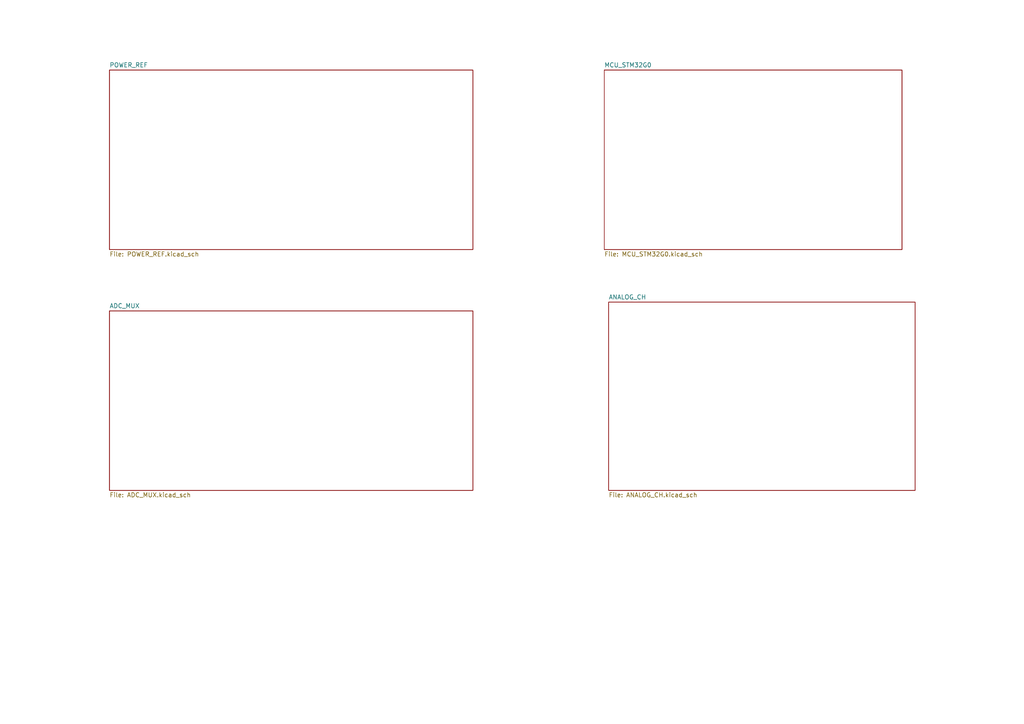
<source format=kicad_sch>
(kicad_sch (version 20230121) (generator eeschema)
  (paper "A4")
  (lib_symbols)
  (sheet (at 176.53 87.63) (size 88.9 54.61) (stroke (width 0.1524))
    (property "Sheetname" "ANALOG_CH" (at 176.53 86.9184 0) (effects (justify left bottom)))
    (property "Sheetfile" "ANALOG_CH.kicad_sch" (at 176.53 142.8246 0) (effects (justify left top)))
  )
  (sheet (at 31.75 90.17) (size 105.41 52.07) (stroke (width 0.1524))
    (property "Sheetname" "ADC_MUX" (at 31.75 89.4584 0) (effects (justify left bottom)))
    (property "Sheetfile" "ADC_MUX.kicad_sch" (at 31.75 142.8246 0) (effects (justify left top)))
  )
  (sheet (at 175.26 20.32) (size 86.36 52.07) (stroke (width 0.1524))
    (property "Sheetname" "MCU_STM32G0" (at 175.26 19.6084 0) (effects (justify left bottom)))
    (property "Sheetfile" "MCU_STM32G0.kicad_sch" (at 175.26 72.9746 0) (effects (justify left top)))
  )
  (sheet (at 31.75 20.32) (size 105.41 52.07) (stroke (width 0.1524))
    (property "Sheetname" "POWER_REF" (at 31.75 19.6084 0) (effects (justify left bottom)))
    (property "Sheetfile" "POWER_REF.kicad_sch" (at 31.75 72.9746 0) (effects (justify left top)))
  )
)
</source>
